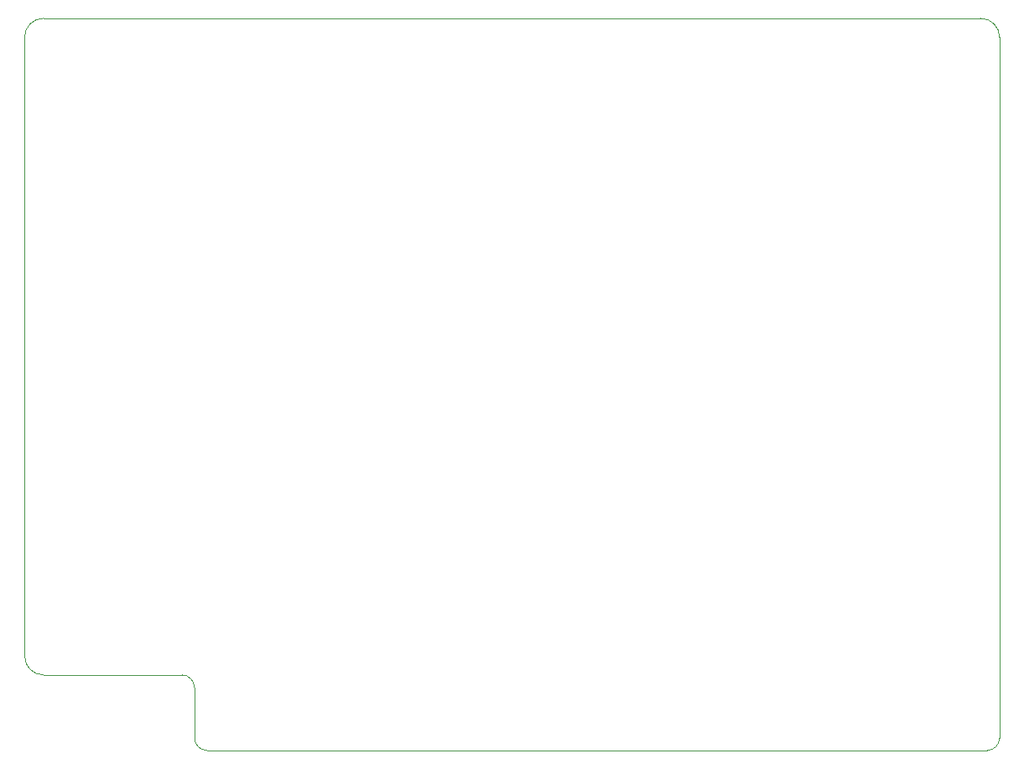
<source format=gm1>
G04 #@! TF.GenerationSoftware,KiCad,Pcbnew,(5.1.4)-1*
G04 #@! TF.CreationDate,2019-10-26T13:29:07-07:00*
G04 #@! TF.ProjectId,XT Prototype Board,58542050-726f-4746-9f74-79706520426f,rev?*
G04 #@! TF.SameCoordinates,Original*
G04 #@! TF.FileFunction,Profile,NP*
%FSLAX46Y46*%
G04 Gerber Fmt 4.6, Leading zero omitted, Abs format (unit mm)*
G04 Created by KiCad (PCBNEW (5.1.4)-1) date 2019-10-26 13:29:07*
%MOMM*%
%LPD*%
G04 APERTURE LIST*
%ADD10C,0.050000*%
G04 APERTURE END LIST*
D10*
X153670000Y-65151000D02*
X59055000Y-65151000D01*
X57150000Y-67056000D02*
G75*
G02X59055000Y-65151000I1905000J0D01*
G01*
X57150000Y-67056000D02*
X57150000Y-129540000D01*
X153670000Y-65151000D02*
G75*
G02X155575000Y-67056000I0J-1905000D01*
G01*
X155575000Y-137795000D02*
X155575000Y-67056000D01*
X155575000Y-137795000D02*
G75*
G02X154305000Y-139065000I-1270000J0D01*
G01*
X75565000Y-139065000D02*
G75*
G02X74295000Y-137795000I0J1270000D01*
G01*
X73025000Y-131445000D02*
G75*
G02X74295000Y-132715000I0J-1270000D01*
G01*
X59055000Y-131445000D02*
G75*
G02X57150000Y-129540000I0J1905000D01*
G01*
X73025000Y-131445000D02*
X59055000Y-131445000D01*
X74295000Y-137795000D02*
X74295000Y-132715000D01*
X75565000Y-139065000D02*
X154305000Y-139065000D01*
M02*

</source>
